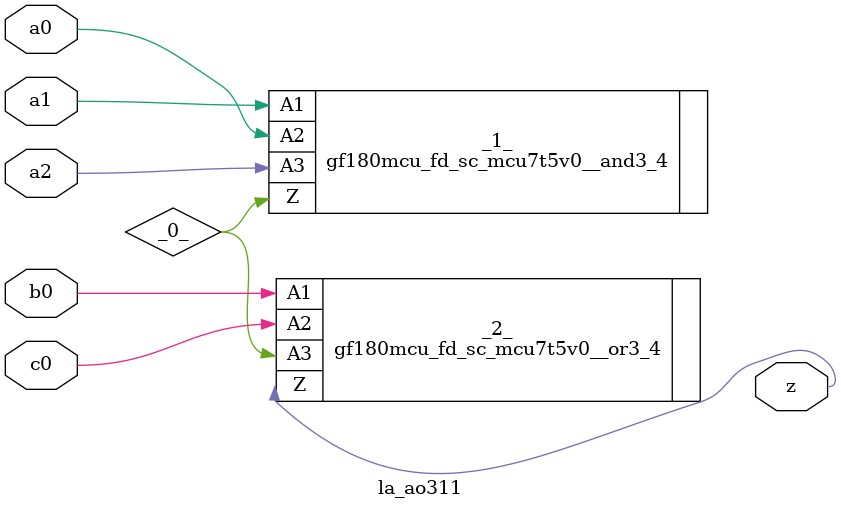
<source format=v>

/* Generated by Yosys 0.44 (git sha1 80ba43d26, g++ 11.4.0-1ubuntu1~22.04 -fPIC -O3) */

(* top =  1  *)
(* src = "inputs/la_ao311.v:10.1-23.10" *)
module la_ao311 (
    a0,
    a1,
    a2,
    b0,
    c0,
    z
);
  wire _0_;
  (* src = "inputs/la_ao311.v:13.12-13.14" *)
  input a0;
  wire a0;
  (* src = "inputs/la_ao311.v:14.12-14.14" *)
  input a1;
  wire a1;
  (* src = "inputs/la_ao311.v:15.12-15.14" *)
  input a2;
  wire a2;
  (* src = "inputs/la_ao311.v:16.12-16.14" *)
  input b0;
  wire b0;
  (* src = "inputs/la_ao311.v:17.12-17.14" *)
  input c0;
  wire c0;
  (* src = "inputs/la_ao311.v:18.12-18.13" *)
  output z;
  wire z;
  gf180mcu_fd_sc_mcu7t5v0__and3_4 _1_ (
      .A1(a1),
      .A2(a0),
      .A3(a2),
      .Z (_0_)
  );
  gf180mcu_fd_sc_mcu7t5v0__or3_4 _2_ (
      .A1(b0),
      .A2(c0),
      .A3(_0_),
      .Z (z)
  );
endmodule

</source>
